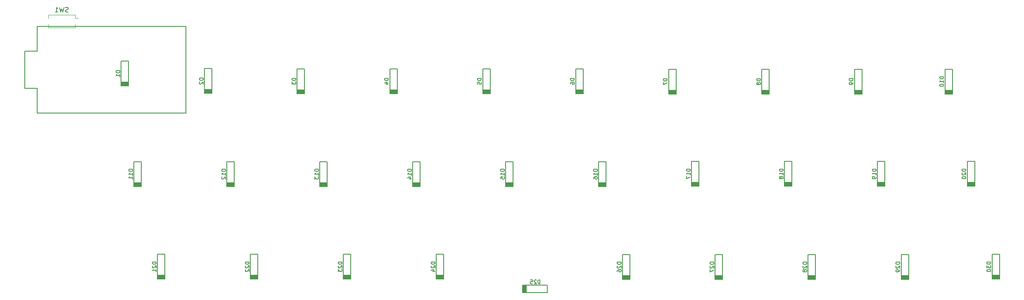
<source format=gbr>
G04 #@! TF.GenerationSoftware,KiCad,Pcbnew,(5.1.4-0-10_14)*
G04 #@! TF.CreationDate,2020-11-04T01:51:26-06:00*
G04 #@! TF.ProjectId,omega_solder,6f6d6567-615f-4736-9f6c-6465722e6b69,rev?*
G04 #@! TF.SameCoordinates,Original*
G04 #@! TF.FileFunction,Legend,Bot*
G04 #@! TF.FilePolarity,Positive*
%FSLAX46Y46*%
G04 Gerber Fmt 4.6, Leading zero omitted, Abs format (unit mm)*
G04 Created by KiCad (PCBNEW (5.1.4-0-10_14)) date 2020-11-04 01:51:26*
%MOMM*%
%LPD*%
G04 APERTURE LIST*
%ADD10C,0.120000*%
%ADD11C,0.150000*%
G04 APERTURE END LIST*
D10*
X60041500Y-41196500D02*
X60041500Y-41906500D01*
X65562500Y-41196500D02*
X65562500Y-41906500D01*
X60041500Y-39246500D02*
X60041500Y-39956500D01*
X65562500Y-39246500D02*
X60041500Y-39246500D01*
X65562500Y-39246500D02*
X65562500Y-39896500D01*
X66141500Y-39896500D02*
X65562500Y-39896500D01*
X65562500Y-41906500D02*
X60041500Y-41906500D01*
D11*
X111061500Y-50355500D02*
X111061500Y-55435500D01*
X111061500Y-55435500D02*
X112585500Y-55435500D01*
X112585500Y-55435500D02*
X112585500Y-50355500D01*
X112585500Y-50355500D02*
X111061500Y-50355500D01*
X111061500Y-55054500D02*
X112585500Y-55054500D01*
X112585500Y-55181500D02*
X111061500Y-55181500D01*
X111061500Y-55308500D02*
X112585500Y-55308500D01*
X112585500Y-54927500D02*
X111061500Y-54927500D01*
X111061500Y-54800500D02*
X112585500Y-54800500D01*
X111061500Y-54673500D02*
X112585500Y-54673500D01*
X74993500Y-48768000D02*
X74993500Y-53848000D01*
X74993500Y-53848000D02*
X76517500Y-53848000D01*
X76517500Y-53848000D02*
X76517500Y-48768000D01*
X76517500Y-48768000D02*
X74993500Y-48768000D01*
X74993500Y-53467000D02*
X76517500Y-53467000D01*
X76517500Y-53594000D02*
X74993500Y-53594000D01*
X74993500Y-53721000D02*
X76517500Y-53721000D01*
X76517500Y-53340000D02*
X74993500Y-53340000D01*
X74993500Y-53213000D02*
X76517500Y-53213000D01*
X74993500Y-53086000D02*
X76517500Y-53086000D01*
X253492000Y-88392000D02*
X253492000Y-93472000D01*
X253492000Y-93472000D02*
X255016000Y-93472000D01*
X255016000Y-93472000D02*
X255016000Y-88392000D01*
X255016000Y-88392000D02*
X253492000Y-88392000D01*
X253492000Y-93091000D02*
X255016000Y-93091000D01*
X255016000Y-93218000D02*
X253492000Y-93218000D01*
X253492000Y-93345000D02*
X255016000Y-93345000D01*
X255016000Y-92964000D02*
X253492000Y-92964000D01*
X253492000Y-92837000D02*
X255016000Y-92837000D01*
X253492000Y-92710000D02*
X255016000Y-92710000D01*
X234848400Y-88442800D02*
X234848400Y-93522800D01*
X234848400Y-93522800D02*
X236372400Y-93522800D01*
X236372400Y-93522800D02*
X236372400Y-88442800D01*
X236372400Y-88442800D02*
X234848400Y-88442800D01*
X234848400Y-93141800D02*
X236372400Y-93141800D01*
X236372400Y-93268800D02*
X234848400Y-93268800D01*
X234848400Y-93395800D02*
X236372400Y-93395800D01*
X236372400Y-93014800D02*
X234848400Y-93014800D01*
X234848400Y-92887800D02*
X236372400Y-92887800D01*
X234848400Y-92760800D02*
X236372400Y-92760800D01*
X215773000Y-88455500D02*
X215773000Y-93535500D01*
X215773000Y-93535500D02*
X217297000Y-93535500D01*
X217297000Y-93535500D02*
X217297000Y-88455500D01*
X217297000Y-88455500D02*
X215773000Y-88455500D01*
X215773000Y-93154500D02*
X217297000Y-93154500D01*
X217297000Y-93281500D02*
X215773000Y-93281500D01*
X215773000Y-93408500D02*
X217297000Y-93408500D01*
X217297000Y-93027500D02*
X215773000Y-93027500D01*
X215773000Y-92900500D02*
X217297000Y-92900500D01*
X215773000Y-92773500D02*
X217297000Y-92773500D01*
X196723000Y-88455500D02*
X196723000Y-93535500D01*
X196723000Y-93535500D02*
X198247000Y-93535500D01*
X198247000Y-93535500D02*
X198247000Y-88455500D01*
X198247000Y-88455500D02*
X196723000Y-88455500D01*
X196723000Y-93154500D02*
X198247000Y-93154500D01*
X198247000Y-93281500D02*
X196723000Y-93281500D01*
X196723000Y-93408500D02*
X198247000Y-93408500D01*
X198247000Y-93027500D02*
X196723000Y-93027500D01*
X196723000Y-92900500D02*
X198247000Y-92900500D01*
X196723000Y-92773500D02*
X198247000Y-92773500D01*
X177736500Y-88455500D02*
X177736500Y-93535500D01*
X177736500Y-93535500D02*
X179260500Y-93535500D01*
X179260500Y-93535500D02*
X179260500Y-88455500D01*
X179260500Y-88455500D02*
X177736500Y-88455500D01*
X177736500Y-93154500D02*
X179260500Y-93154500D01*
X179260500Y-93281500D02*
X177736500Y-93281500D01*
X177736500Y-93408500D02*
X179260500Y-93408500D01*
X179260500Y-93027500D02*
X177736500Y-93027500D01*
X177736500Y-92900500D02*
X179260500Y-92900500D01*
X177736500Y-92773500D02*
X179260500Y-92773500D01*
X158038800Y-94691200D02*
X158038800Y-96215200D01*
X157911800Y-94691200D02*
X157911800Y-96215200D01*
X157784800Y-96215200D02*
X157784800Y-94691200D01*
X157403800Y-94691200D02*
X157403800Y-96215200D01*
X157530800Y-96215200D02*
X157530800Y-94691200D01*
X157657800Y-94691200D02*
X157657800Y-96215200D01*
X162356800Y-96215200D02*
X162356800Y-94691200D01*
X157276800Y-96215200D02*
X162356800Y-96215200D01*
X157276800Y-94691200D02*
X157276800Y-96215200D01*
X162356800Y-94691200D02*
X157276800Y-94691200D01*
X139573000Y-88392000D02*
X139573000Y-93472000D01*
X139573000Y-93472000D02*
X141097000Y-93472000D01*
X141097000Y-93472000D02*
X141097000Y-88392000D01*
X141097000Y-88392000D02*
X139573000Y-88392000D01*
X139573000Y-93091000D02*
X141097000Y-93091000D01*
X141097000Y-93218000D02*
X139573000Y-93218000D01*
X139573000Y-93345000D02*
X141097000Y-93345000D01*
X141097000Y-92964000D02*
X139573000Y-92964000D01*
X139573000Y-92837000D02*
X141097000Y-92837000D01*
X139573000Y-92710000D02*
X141097000Y-92710000D01*
X120523000Y-88392000D02*
X120523000Y-93472000D01*
X120523000Y-93472000D02*
X122047000Y-93472000D01*
X122047000Y-93472000D02*
X122047000Y-88392000D01*
X122047000Y-88392000D02*
X120523000Y-88392000D01*
X120523000Y-93091000D02*
X122047000Y-93091000D01*
X122047000Y-93218000D02*
X120523000Y-93218000D01*
X120523000Y-93345000D02*
X122047000Y-93345000D01*
X122047000Y-92964000D02*
X120523000Y-92964000D01*
X120523000Y-92837000D02*
X122047000Y-92837000D01*
X120523000Y-92710000D02*
X122047000Y-92710000D01*
X101473000Y-88392000D02*
X101473000Y-93472000D01*
X101473000Y-93472000D02*
X102997000Y-93472000D01*
X102997000Y-93472000D02*
X102997000Y-88392000D01*
X102997000Y-88392000D02*
X101473000Y-88392000D01*
X101473000Y-93091000D02*
X102997000Y-93091000D01*
X102997000Y-93218000D02*
X101473000Y-93218000D01*
X101473000Y-93345000D02*
X102997000Y-93345000D01*
X102997000Y-92964000D02*
X101473000Y-92964000D01*
X101473000Y-92837000D02*
X102997000Y-92837000D01*
X101473000Y-92710000D02*
X102997000Y-92710000D01*
X82423000Y-88392000D02*
X82423000Y-93472000D01*
X82423000Y-93472000D02*
X83947000Y-93472000D01*
X83947000Y-93472000D02*
X83947000Y-88392000D01*
X83947000Y-88392000D02*
X82423000Y-88392000D01*
X82423000Y-93091000D02*
X83947000Y-93091000D01*
X83947000Y-93218000D02*
X82423000Y-93218000D01*
X82423000Y-93345000D02*
X83947000Y-93345000D01*
X83947000Y-92964000D02*
X82423000Y-92964000D01*
X82423000Y-92837000D02*
X83947000Y-92837000D01*
X82423000Y-92710000D02*
X83947000Y-92710000D01*
X248412000Y-69342000D02*
X248412000Y-74422000D01*
X248412000Y-74422000D02*
X249936000Y-74422000D01*
X249936000Y-74422000D02*
X249936000Y-69342000D01*
X249936000Y-69342000D02*
X248412000Y-69342000D01*
X248412000Y-74041000D02*
X249936000Y-74041000D01*
X249936000Y-74168000D02*
X248412000Y-74168000D01*
X248412000Y-74295000D02*
X249936000Y-74295000D01*
X249936000Y-73914000D02*
X248412000Y-73914000D01*
X248412000Y-73787000D02*
X249936000Y-73787000D01*
X248412000Y-73660000D02*
X249936000Y-73660000D01*
X229997000Y-69342000D02*
X229997000Y-74422000D01*
X229997000Y-74422000D02*
X231521000Y-74422000D01*
X231521000Y-74422000D02*
X231521000Y-69342000D01*
X231521000Y-69342000D02*
X229997000Y-69342000D01*
X229997000Y-74041000D02*
X231521000Y-74041000D01*
X231521000Y-74168000D02*
X229997000Y-74168000D01*
X229997000Y-74295000D02*
X231521000Y-74295000D01*
X231521000Y-73914000D02*
X229997000Y-73914000D01*
X229997000Y-73787000D02*
X231521000Y-73787000D01*
X229997000Y-73660000D02*
X231521000Y-73660000D01*
X210947000Y-69342000D02*
X210947000Y-74422000D01*
X210947000Y-74422000D02*
X212471000Y-74422000D01*
X212471000Y-74422000D02*
X212471000Y-69342000D01*
X212471000Y-69342000D02*
X210947000Y-69342000D01*
X210947000Y-74041000D02*
X212471000Y-74041000D01*
X212471000Y-74168000D02*
X210947000Y-74168000D01*
X210947000Y-74295000D02*
X212471000Y-74295000D01*
X212471000Y-73914000D02*
X210947000Y-73914000D01*
X210947000Y-73787000D02*
X212471000Y-73787000D01*
X210947000Y-73660000D02*
X212471000Y-73660000D01*
X191897000Y-69342000D02*
X191897000Y-74422000D01*
X191897000Y-74422000D02*
X193421000Y-74422000D01*
X193421000Y-74422000D02*
X193421000Y-69342000D01*
X193421000Y-69342000D02*
X191897000Y-69342000D01*
X191897000Y-74041000D02*
X193421000Y-74041000D01*
X193421000Y-74168000D02*
X191897000Y-74168000D01*
X191897000Y-74295000D02*
X193421000Y-74295000D01*
X193421000Y-73914000D02*
X191897000Y-73914000D01*
X191897000Y-73787000D02*
X193421000Y-73787000D01*
X191897000Y-73660000D02*
X193421000Y-73660000D01*
X172847000Y-69405500D02*
X172847000Y-74485500D01*
X172847000Y-74485500D02*
X174371000Y-74485500D01*
X174371000Y-74485500D02*
X174371000Y-69405500D01*
X174371000Y-69405500D02*
X172847000Y-69405500D01*
X172847000Y-74104500D02*
X174371000Y-74104500D01*
X174371000Y-74231500D02*
X172847000Y-74231500D01*
X172847000Y-74358500D02*
X174371000Y-74358500D01*
X174371000Y-73977500D02*
X172847000Y-73977500D01*
X172847000Y-73850500D02*
X174371000Y-73850500D01*
X172847000Y-73723500D02*
X174371000Y-73723500D01*
X153797000Y-69405500D02*
X153797000Y-74485500D01*
X153797000Y-74485500D02*
X155321000Y-74485500D01*
X155321000Y-74485500D02*
X155321000Y-69405500D01*
X155321000Y-69405500D02*
X153797000Y-69405500D01*
X153797000Y-74104500D02*
X155321000Y-74104500D01*
X155321000Y-74231500D02*
X153797000Y-74231500D01*
X153797000Y-74358500D02*
X155321000Y-74358500D01*
X155321000Y-73977500D02*
X153797000Y-73977500D01*
X153797000Y-73850500D02*
X155321000Y-73850500D01*
X153797000Y-73723500D02*
X155321000Y-73723500D01*
X134747000Y-69405500D02*
X134747000Y-74485500D01*
X134747000Y-74485500D02*
X136271000Y-74485500D01*
X136271000Y-74485500D02*
X136271000Y-69405500D01*
X136271000Y-69405500D02*
X134747000Y-69405500D01*
X134747000Y-74104500D02*
X136271000Y-74104500D01*
X136271000Y-74231500D02*
X134747000Y-74231500D01*
X134747000Y-74358500D02*
X136271000Y-74358500D01*
X136271000Y-73977500D02*
X134747000Y-73977500D01*
X134747000Y-73850500D02*
X136271000Y-73850500D01*
X134747000Y-73723500D02*
X136271000Y-73723500D01*
X115697000Y-69405500D02*
X115697000Y-74485500D01*
X115697000Y-74485500D02*
X117221000Y-74485500D01*
X117221000Y-74485500D02*
X117221000Y-69405500D01*
X117221000Y-69405500D02*
X115697000Y-69405500D01*
X115697000Y-74104500D02*
X117221000Y-74104500D01*
X117221000Y-74231500D02*
X115697000Y-74231500D01*
X115697000Y-74358500D02*
X117221000Y-74358500D01*
X117221000Y-73977500D02*
X115697000Y-73977500D01*
X115697000Y-73850500D02*
X117221000Y-73850500D01*
X115697000Y-73723500D02*
X117221000Y-73723500D01*
X96647000Y-69405500D02*
X96647000Y-74485500D01*
X96647000Y-74485500D02*
X98171000Y-74485500D01*
X98171000Y-74485500D02*
X98171000Y-69405500D01*
X98171000Y-69405500D02*
X96647000Y-69405500D01*
X96647000Y-74104500D02*
X98171000Y-74104500D01*
X98171000Y-74231500D02*
X96647000Y-74231500D01*
X96647000Y-74358500D02*
X98171000Y-74358500D01*
X98171000Y-73977500D02*
X96647000Y-73977500D01*
X96647000Y-73850500D02*
X98171000Y-73850500D01*
X96647000Y-73723500D02*
X98171000Y-73723500D01*
X77597000Y-69405500D02*
X77597000Y-74485500D01*
X77597000Y-74485500D02*
X79121000Y-74485500D01*
X79121000Y-74485500D02*
X79121000Y-69405500D01*
X79121000Y-69405500D02*
X77597000Y-69405500D01*
X77597000Y-74104500D02*
X79121000Y-74104500D01*
X79121000Y-74231500D02*
X77597000Y-74231500D01*
X77597000Y-74358500D02*
X79121000Y-74358500D01*
X79121000Y-73977500D02*
X77597000Y-73977500D01*
X77597000Y-73850500D02*
X79121000Y-73850500D01*
X77597000Y-73723500D02*
X79121000Y-73723500D01*
X243840000Y-50393600D02*
X243840000Y-55473600D01*
X243840000Y-55473600D02*
X245364000Y-55473600D01*
X245364000Y-55473600D02*
X245364000Y-50393600D01*
X245364000Y-50393600D02*
X243840000Y-50393600D01*
X243840000Y-55092600D02*
X245364000Y-55092600D01*
X245364000Y-55219600D02*
X243840000Y-55219600D01*
X243840000Y-55346600D02*
X245364000Y-55346600D01*
X245364000Y-54965600D02*
X243840000Y-54965600D01*
X243840000Y-54838600D02*
X245364000Y-54838600D01*
X243840000Y-54711600D02*
X245364000Y-54711600D01*
X225298000Y-50393600D02*
X225298000Y-55473600D01*
X225298000Y-55473600D02*
X226822000Y-55473600D01*
X226822000Y-55473600D02*
X226822000Y-50393600D01*
X226822000Y-50393600D02*
X225298000Y-50393600D01*
X225298000Y-55092600D02*
X226822000Y-55092600D01*
X226822000Y-55219600D02*
X225298000Y-55219600D01*
X225298000Y-55346600D02*
X226822000Y-55346600D01*
X226822000Y-54965600D02*
X225298000Y-54965600D01*
X225298000Y-54838600D02*
X226822000Y-54838600D01*
X225298000Y-54711600D02*
X226822000Y-54711600D01*
X206311500Y-50419000D02*
X206311500Y-55499000D01*
X206311500Y-55499000D02*
X207835500Y-55499000D01*
X207835500Y-55499000D02*
X207835500Y-50419000D01*
X207835500Y-50419000D02*
X206311500Y-50419000D01*
X206311500Y-55118000D02*
X207835500Y-55118000D01*
X207835500Y-55245000D02*
X206311500Y-55245000D01*
X206311500Y-55372000D02*
X207835500Y-55372000D01*
X207835500Y-54991000D02*
X206311500Y-54991000D01*
X206311500Y-54864000D02*
X207835500Y-54864000D01*
X206311500Y-54737000D02*
X207835500Y-54737000D01*
X187198000Y-50419000D02*
X187198000Y-55499000D01*
X187198000Y-55499000D02*
X188722000Y-55499000D01*
X188722000Y-55499000D02*
X188722000Y-50419000D01*
X188722000Y-50419000D02*
X187198000Y-50419000D01*
X187198000Y-55118000D02*
X188722000Y-55118000D01*
X188722000Y-55245000D02*
X187198000Y-55245000D01*
X187198000Y-55372000D02*
X188722000Y-55372000D01*
X188722000Y-54991000D02*
X187198000Y-54991000D01*
X187198000Y-54864000D02*
X188722000Y-54864000D01*
X187198000Y-54737000D02*
X188722000Y-54737000D01*
X168148000Y-50355500D02*
X168148000Y-55435500D01*
X168148000Y-55435500D02*
X169672000Y-55435500D01*
X169672000Y-55435500D02*
X169672000Y-50355500D01*
X169672000Y-50355500D02*
X168148000Y-50355500D01*
X168148000Y-55054500D02*
X169672000Y-55054500D01*
X169672000Y-55181500D02*
X168148000Y-55181500D01*
X168148000Y-55308500D02*
X169672000Y-55308500D01*
X169672000Y-54927500D02*
X168148000Y-54927500D01*
X168148000Y-54800500D02*
X169672000Y-54800500D01*
X168148000Y-54673500D02*
X169672000Y-54673500D01*
X149098000Y-50355500D02*
X149098000Y-55435500D01*
X149098000Y-55435500D02*
X150622000Y-55435500D01*
X150622000Y-55435500D02*
X150622000Y-50355500D01*
X150622000Y-50355500D02*
X149098000Y-50355500D01*
X149098000Y-55054500D02*
X150622000Y-55054500D01*
X150622000Y-55181500D02*
X149098000Y-55181500D01*
X149098000Y-55308500D02*
X150622000Y-55308500D01*
X150622000Y-54927500D02*
X149098000Y-54927500D01*
X149098000Y-54800500D02*
X150622000Y-54800500D01*
X149098000Y-54673500D02*
X150622000Y-54673500D01*
X130048000Y-50355500D02*
X130048000Y-55435500D01*
X130048000Y-55435500D02*
X131572000Y-55435500D01*
X131572000Y-55435500D02*
X131572000Y-50355500D01*
X131572000Y-50355500D02*
X130048000Y-50355500D01*
X130048000Y-55054500D02*
X131572000Y-55054500D01*
X131572000Y-55181500D02*
X130048000Y-55181500D01*
X130048000Y-55308500D02*
X131572000Y-55308500D01*
X131572000Y-54927500D02*
X130048000Y-54927500D01*
X130048000Y-54800500D02*
X131572000Y-54800500D01*
X130048000Y-54673500D02*
X131572000Y-54673500D01*
X92075000Y-50292000D02*
X92075000Y-55372000D01*
X92075000Y-55372000D02*
X93599000Y-55372000D01*
X93599000Y-55372000D02*
X93599000Y-50292000D01*
X93599000Y-50292000D02*
X92075000Y-50292000D01*
X92075000Y-54991000D02*
X93599000Y-54991000D01*
X93599000Y-55118000D02*
X92075000Y-55118000D01*
X92075000Y-55245000D02*
X93599000Y-55245000D01*
X93599000Y-54864000D02*
X92075000Y-54864000D01*
X92075000Y-54737000D02*
X93599000Y-54737000D01*
X92075000Y-54610000D02*
X93599000Y-54610000D01*
X57759600Y-41656000D02*
X88239600Y-41656000D01*
X57759600Y-46736000D02*
X57759600Y-41656000D01*
X55219600Y-46736000D02*
X57759600Y-46736000D01*
X55219600Y-54356000D02*
X55219600Y-46736000D01*
X57759600Y-54356000D02*
X55219600Y-54356000D01*
X57759600Y-59436000D02*
X57759600Y-54356000D01*
X88239600Y-59436000D02*
X57759600Y-59436000D01*
X88239600Y-41656000D02*
X88239600Y-59436000D01*
X64134833Y-38651261D02*
X63991976Y-38698880D01*
X63753880Y-38698880D01*
X63658642Y-38651261D01*
X63611023Y-38603642D01*
X63563404Y-38508404D01*
X63563404Y-38413166D01*
X63611023Y-38317928D01*
X63658642Y-38270309D01*
X63753880Y-38222690D01*
X63944357Y-38175071D01*
X64039595Y-38127452D01*
X64087214Y-38079833D01*
X64134833Y-37984595D01*
X64134833Y-37889357D01*
X64087214Y-37794119D01*
X64039595Y-37746500D01*
X63944357Y-37698880D01*
X63706261Y-37698880D01*
X63563404Y-37746500D01*
X63230071Y-37698880D02*
X62991976Y-38698880D01*
X62801500Y-37984595D01*
X62611023Y-38698880D01*
X62372928Y-37698880D01*
X61468166Y-38698880D02*
X62039595Y-38698880D01*
X61753880Y-38698880D02*
X61753880Y-37698880D01*
X61849119Y-37841738D01*
X61944357Y-37936976D01*
X62039595Y-37984595D01*
X110785404Y-52279623D02*
X109985404Y-52279623D01*
X109985404Y-52470100D01*
X110023500Y-52584385D01*
X110099690Y-52660576D01*
X110175880Y-52698671D01*
X110328261Y-52736766D01*
X110442547Y-52736766D01*
X110594928Y-52698671D01*
X110671119Y-52660576D01*
X110747309Y-52584385D01*
X110785404Y-52470100D01*
X110785404Y-52279623D01*
X109985404Y-53003433D02*
X109985404Y-53498671D01*
X110290166Y-53232004D01*
X110290166Y-53346290D01*
X110328261Y-53422480D01*
X110366357Y-53460576D01*
X110442547Y-53498671D01*
X110633023Y-53498671D01*
X110709214Y-53460576D01*
X110747309Y-53422480D01*
X110785404Y-53346290D01*
X110785404Y-53117719D01*
X110747309Y-53041528D01*
X110709214Y-53003433D01*
X74717404Y-50692123D02*
X73917404Y-50692123D01*
X73917404Y-50882600D01*
X73955500Y-50996885D01*
X74031690Y-51073076D01*
X74107880Y-51111171D01*
X74260261Y-51149266D01*
X74374547Y-51149266D01*
X74526928Y-51111171D01*
X74603119Y-51073076D01*
X74679309Y-50996885D01*
X74717404Y-50882600D01*
X74717404Y-50692123D01*
X74717404Y-51911171D02*
X74717404Y-51454028D01*
X74717404Y-51682600D02*
X73917404Y-51682600D01*
X74031690Y-51606409D01*
X74107880Y-51530219D01*
X74145976Y-51454028D01*
X253215904Y-89935171D02*
X252415904Y-89935171D01*
X252415904Y-90125647D01*
X252454000Y-90239933D01*
X252530190Y-90316123D01*
X252606380Y-90354219D01*
X252758761Y-90392314D01*
X252873047Y-90392314D01*
X253025428Y-90354219D01*
X253101619Y-90316123D01*
X253177809Y-90239933D01*
X253215904Y-90125647D01*
X253215904Y-89935171D01*
X252415904Y-90658980D02*
X252415904Y-91154219D01*
X252720666Y-90887552D01*
X252720666Y-91001838D01*
X252758761Y-91078028D01*
X252796857Y-91116123D01*
X252873047Y-91154219D01*
X253063523Y-91154219D01*
X253139714Y-91116123D01*
X253177809Y-91078028D01*
X253215904Y-91001838D01*
X253215904Y-90773266D01*
X253177809Y-90697076D01*
X253139714Y-90658980D01*
X252415904Y-91649457D02*
X252415904Y-91725647D01*
X252454000Y-91801838D01*
X252492095Y-91839933D01*
X252568285Y-91878028D01*
X252720666Y-91916123D01*
X252911142Y-91916123D01*
X253063523Y-91878028D01*
X253139714Y-91839933D01*
X253177809Y-91801838D01*
X253215904Y-91725647D01*
X253215904Y-91649457D01*
X253177809Y-91573266D01*
X253139714Y-91535171D01*
X253063523Y-91497076D01*
X252911142Y-91458980D01*
X252720666Y-91458980D01*
X252568285Y-91497076D01*
X252492095Y-91535171D01*
X252454000Y-91573266D01*
X252415904Y-91649457D01*
X234572304Y-89985971D02*
X233772304Y-89985971D01*
X233772304Y-90176447D01*
X233810400Y-90290733D01*
X233886590Y-90366923D01*
X233962780Y-90405019D01*
X234115161Y-90443114D01*
X234229447Y-90443114D01*
X234381828Y-90405019D01*
X234458019Y-90366923D01*
X234534209Y-90290733D01*
X234572304Y-90176447D01*
X234572304Y-89985971D01*
X233848495Y-90747876D02*
X233810400Y-90785971D01*
X233772304Y-90862161D01*
X233772304Y-91052638D01*
X233810400Y-91128828D01*
X233848495Y-91166923D01*
X233924685Y-91205019D01*
X234000876Y-91205019D01*
X234115161Y-91166923D01*
X234572304Y-90709780D01*
X234572304Y-91205019D01*
X234572304Y-91585971D02*
X234572304Y-91738352D01*
X234534209Y-91814542D01*
X234496114Y-91852638D01*
X234381828Y-91928828D01*
X234229447Y-91966923D01*
X233924685Y-91966923D01*
X233848495Y-91928828D01*
X233810400Y-91890733D01*
X233772304Y-91814542D01*
X233772304Y-91662161D01*
X233810400Y-91585971D01*
X233848495Y-91547876D01*
X233924685Y-91509780D01*
X234115161Y-91509780D01*
X234191352Y-91547876D01*
X234229447Y-91585971D01*
X234267542Y-91662161D01*
X234267542Y-91814542D01*
X234229447Y-91890733D01*
X234191352Y-91928828D01*
X234115161Y-91966923D01*
X215496904Y-89998671D02*
X214696904Y-89998671D01*
X214696904Y-90189147D01*
X214735000Y-90303433D01*
X214811190Y-90379623D01*
X214887380Y-90417719D01*
X215039761Y-90455814D01*
X215154047Y-90455814D01*
X215306428Y-90417719D01*
X215382619Y-90379623D01*
X215458809Y-90303433D01*
X215496904Y-90189147D01*
X215496904Y-89998671D01*
X214773095Y-90760576D02*
X214735000Y-90798671D01*
X214696904Y-90874861D01*
X214696904Y-91065338D01*
X214735000Y-91141528D01*
X214773095Y-91179623D01*
X214849285Y-91217719D01*
X214925476Y-91217719D01*
X215039761Y-91179623D01*
X215496904Y-90722480D01*
X215496904Y-91217719D01*
X215039761Y-91674861D02*
X215001666Y-91598671D01*
X214963571Y-91560576D01*
X214887380Y-91522480D01*
X214849285Y-91522480D01*
X214773095Y-91560576D01*
X214735000Y-91598671D01*
X214696904Y-91674861D01*
X214696904Y-91827242D01*
X214735000Y-91903433D01*
X214773095Y-91941528D01*
X214849285Y-91979623D01*
X214887380Y-91979623D01*
X214963571Y-91941528D01*
X215001666Y-91903433D01*
X215039761Y-91827242D01*
X215039761Y-91674861D01*
X215077857Y-91598671D01*
X215115952Y-91560576D01*
X215192142Y-91522480D01*
X215344523Y-91522480D01*
X215420714Y-91560576D01*
X215458809Y-91598671D01*
X215496904Y-91674861D01*
X215496904Y-91827242D01*
X215458809Y-91903433D01*
X215420714Y-91941528D01*
X215344523Y-91979623D01*
X215192142Y-91979623D01*
X215115952Y-91941528D01*
X215077857Y-91903433D01*
X215039761Y-91827242D01*
X196446904Y-89998671D02*
X195646904Y-89998671D01*
X195646904Y-90189147D01*
X195685000Y-90303433D01*
X195761190Y-90379623D01*
X195837380Y-90417719D01*
X195989761Y-90455814D01*
X196104047Y-90455814D01*
X196256428Y-90417719D01*
X196332619Y-90379623D01*
X196408809Y-90303433D01*
X196446904Y-90189147D01*
X196446904Y-89998671D01*
X195723095Y-90760576D02*
X195685000Y-90798671D01*
X195646904Y-90874861D01*
X195646904Y-91065338D01*
X195685000Y-91141528D01*
X195723095Y-91179623D01*
X195799285Y-91217719D01*
X195875476Y-91217719D01*
X195989761Y-91179623D01*
X196446904Y-90722480D01*
X196446904Y-91217719D01*
X195646904Y-91484385D02*
X195646904Y-92017719D01*
X196446904Y-91674861D01*
X177460404Y-89998671D02*
X176660404Y-89998671D01*
X176660404Y-90189147D01*
X176698500Y-90303433D01*
X176774690Y-90379623D01*
X176850880Y-90417719D01*
X177003261Y-90455814D01*
X177117547Y-90455814D01*
X177269928Y-90417719D01*
X177346119Y-90379623D01*
X177422309Y-90303433D01*
X177460404Y-90189147D01*
X177460404Y-89998671D01*
X176736595Y-90760576D02*
X176698500Y-90798671D01*
X176660404Y-90874861D01*
X176660404Y-91065338D01*
X176698500Y-91141528D01*
X176736595Y-91179623D01*
X176812785Y-91217719D01*
X176888976Y-91217719D01*
X177003261Y-91179623D01*
X177460404Y-90722480D01*
X177460404Y-91217719D01*
X176660404Y-91903433D02*
X176660404Y-91751052D01*
X176698500Y-91674861D01*
X176736595Y-91636766D01*
X176850880Y-91560576D01*
X177003261Y-91522480D01*
X177308023Y-91522480D01*
X177384214Y-91560576D01*
X177422309Y-91598671D01*
X177460404Y-91674861D01*
X177460404Y-91827242D01*
X177422309Y-91903433D01*
X177384214Y-91941528D01*
X177308023Y-91979623D01*
X177117547Y-91979623D01*
X177041357Y-91941528D01*
X177003261Y-91903433D01*
X176965166Y-91827242D01*
X176965166Y-91674861D01*
X177003261Y-91598671D01*
X177041357Y-91560576D01*
X177117547Y-91522480D01*
X160813628Y-94415104D02*
X160813628Y-93615104D01*
X160623152Y-93615104D01*
X160508866Y-93653200D01*
X160432676Y-93729390D01*
X160394580Y-93805580D01*
X160356485Y-93957961D01*
X160356485Y-94072247D01*
X160394580Y-94224628D01*
X160432676Y-94300819D01*
X160508866Y-94377009D01*
X160623152Y-94415104D01*
X160813628Y-94415104D01*
X160051723Y-93691295D02*
X160013628Y-93653200D01*
X159937438Y-93615104D01*
X159746961Y-93615104D01*
X159670771Y-93653200D01*
X159632676Y-93691295D01*
X159594580Y-93767485D01*
X159594580Y-93843676D01*
X159632676Y-93957961D01*
X160089819Y-94415104D01*
X159594580Y-94415104D01*
X158870771Y-93615104D02*
X159251723Y-93615104D01*
X159289819Y-93996057D01*
X159251723Y-93957961D01*
X159175533Y-93919866D01*
X158985057Y-93919866D01*
X158908866Y-93957961D01*
X158870771Y-93996057D01*
X158832676Y-94072247D01*
X158832676Y-94262723D01*
X158870771Y-94338914D01*
X158908866Y-94377009D01*
X158985057Y-94415104D01*
X159175533Y-94415104D01*
X159251723Y-94377009D01*
X159289819Y-94338914D01*
X139296904Y-89935171D02*
X138496904Y-89935171D01*
X138496904Y-90125647D01*
X138535000Y-90239933D01*
X138611190Y-90316123D01*
X138687380Y-90354219D01*
X138839761Y-90392314D01*
X138954047Y-90392314D01*
X139106428Y-90354219D01*
X139182619Y-90316123D01*
X139258809Y-90239933D01*
X139296904Y-90125647D01*
X139296904Y-89935171D01*
X138573095Y-90697076D02*
X138535000Y-90735171D01*
X138496904Y-90811361D01*
X138496904Y-91001838D01*
X138535000Y-91078028D01*
X138573095Y-91116123D01*
X138649285Y-91154219D01*
X138725476Y-91154219D01*
X138839761Y-91116123D01*
X139296904Y-90658980D01*
X139296904Y-91154219D01*
X138763571Y-91839933D02*
X139296904Y-91839933D01*
X138458809Y-91649457D02*
X139030238Y-91458980D01*
X139030238Y-91954219D01*
X120246904Y-89935171D02*
X119446904Y-89935171D01*
X119446904Y-90125647D01*
X119485000Y-90239933D01*
X119561190Y-90316123D01*
X119637380Y-90354219D01*
X119789761Y-90392314D01*
X119904047Y-90392314D01*
X120056428Y-90354219D01*
X120132619Y-90316123D01*
X120208809Y-90239933D01*
X120246904Y-90125647D01*
X120246904Y-89935171D01*
X119523095Y-90697076D02*
X119485000Y-90735171D01*
X119446904Y-90811361D01*
X119446904Y-91001838D01*
X119485000Y-91078028D01*
X119523095Y-91116123D01*
X119599285Y-91154219D01*
X119675476Y-91154219D01*
X119789761Y-91116123D01*
X120246904Y-90658980D01*
X120246904Y-91154219D01*
X119446904Y-91420885D02*
X119446904Y-91916123D01*
X119751666Y-91649457D01*
X119751666Y-91763742D01*
X119789761Y-91839933D01*
X119827857Y-91878028D01*
X119904047Y-91916123D01*
X120094523Y-91916123D01*
X120170714Y-91878028D01*
X120208809Y-91839933D01*
X120246904Y-91763742D01*
X120246904Y-91535171D01*
X120208809Y-91458980D01*
X120170714Y-91420885D01*
X101196904Y-89935171D02*
X100396904Y-89935171D01*
X100396904Y-90125647D01*
X100435000Y-90239933D01*
X100511190Y-90316123D01*
X100587380Y-90354219D01*
X100739761Y-90392314D01*
X100854047Y-90392314D01*
X101006428Y-90354219D01*
X101082619Y-90316123D01*
X101158809Y-90239933D01*
X101196904Y-90125647D01*
X101196904Y-89935171D01*
X100473095Y-90697076D02*
X100435000Y-90735171D01*
X100396904Y-90811361D01*
X100396904Y-91001838D01*
X100435000Y-91078028D01*
X100473095Y-91116123D01*
X100549285Y-91154219D01*
X100625476Y-91154219D01*
X100739761Y-91116123D01*
X101196904Y-90658980D01*
X101196904Y-91154219D01*
X100473095Y-91458980D02*
X100435000Y-91497076D01*
X100396904Y-91573266D01*
X100396904Y-91763742D01*
X100435000Y-91839933D01*
X100473095Y-91878028D01*
X100549285Y-91916123D01*
X100625476Y-91916123D01*
X100739761Y-91878028D01*
X101196904Y-91420885D01*
X101196904Y-91916123D01*
X82146904Y-89935171D02*
X81346904Y-89935171D01*
X81346904Y-90125647D01*
X81385000Y-90239933D01*
X81461190Y-90316123D01*
X81537380Y-90354219D01*
X81689761Y-90392314D01*
X81804047Y-90392314D01*
X81956428Y-90354219D01*
X82032619Y-90316123D01*
X82108809Y-90239933D01*
X82146904Y-90125647D01*
X82146904Y-89935171D01*
X81423095Y-90697076D02*
X81385000Y-90735171D01*
X81346904Y-90811361D01*
X81346904Y-91001838D01*
X81385000Y-91078028D01*
X81423095Y-91116123D01*
X81499285Y-91154219D01*
X81575476Y-91154219D01*
X81689761Y-91116123D01*
X82146904Y-90658980D01*
X82146904Y-91154219D01*
X82146904Y-91916123D02*
X82146904Y-91458980D01*
X82146904Y-91687552D02*
X81346904Y-91687552D01*
X81461190Y-91611361D01*
X81537380Y-91535171D01*
X81575476Y-91458980D01*
X248135904Y-70885171D02*
X247335904Y-70885171D01*
X247335904Y-71075647D01*
X247374000Y-71189933D01*
X247450190Y-71266123D01*
X247526380Y-71304219D01*
X247678761Y-71342314D01*
X247793047Y-71342314D01*
X247945428Y-71304219D01*
X248021619Y-71266123D01*
X248097809Y-71189933D01*
X248135904Y-71075647D01*
X248135904Y-70885171D01*
X247412095Y-71647076D02*
X247374000Y-71685171D01*
X247335904Y-71761361D01*
X247335904Y-71951838D01*
X247374000Y-72028028D01*
X247412095Y-72066123D01*
X247488285Y-72104219D01*
X247564476Y-72104219D01*
X247678761Y-72066123D01*
X248135904Y-71608980D01*
X248135904Y-72104219D01*
X247335904Y-72599457D02*
X247335904Y-72675647D01*
X247374000Y-72751838D01*
X247412095Y-72789933D01*
X247488285Y-72828028D01*
X247640666Y-72866123D01*
X247831142Y-72866123D01*
X247983523Y-72828028D01*
X248059714Y-72789933D01*
X248097809Y-72751838D01*
X248135904Y-72675647D01*
X248135904Y-72599457D01*
X248097809Y-72523266D01*
X248059714Y-72485171D01*
X247983523Y-72447076D01*
X247831142Y-72408980D01*
X247640666Y-72408980D01*
X247488285Y-72447076D01*
X247412095Y-72485171D01*
X247374000Y-72523266D01*
X247335904Y-72599457D01*
X229720904Y-70885171D02*
X228920904Y-70885171D01*
X228920904Y-71075647D01*
X228959000Y-71189933D01*
X229035190Y-71266123D01*
X229111380Y-71304219D01*
X229263761Y-71342314D01*
X229378047Y-71342314D01*
X229530428Y-71304219D01*
X229606619Y-71266123D01*
X229682809Y-71189933D01*
X229720904Y-71075647D01*
X229720904Y-70885171D01*
X229720904Y-72104219D02*
X229720904Y-71647076D01*
X229720904Y-71875647D02*
X228920904Y-71875647D01*
X229035190Y-71799457D01*
X229111380Y-71723266D01*
X229149476Y-71647076D01*
X229720904Y-72485171D02*
X229720904Y-72637552D01*
X229682809Y-72713742D01*
X229644714Y-72751838D01*
X229530428Y-72828028D01*
X229378047Y-72866123D01*
X229073285Y-72866123D01*
X228997095Y-72828028D01*
X228959000Y-72789933D01*
X228920904Y-72713742D01*
X228920904Y-72561361D01*
X228959000Y-72485171D01*
X228997095Y-72447076D01*
X229073285Y-72408980D01*
X229263761Y-72408980D01*
X229339952Y-72447076D01*
X229378047Y-72485171D01*
X229416142Y-72561361D01*
X229416142Y-72713742D01*
X229378047Y-72789933D01*
X229339952Y-72828028D01*
X229263761Y-72866123D01*
X210670904Y-70885171D02*
X209870904Y-70885171D01*
X209870904Y-71075647D01*
X209909000Y-71189933D01*
X209985190Y-71266123D01*
X210061380Y-71304219D01*
X210213761Y-71342314D01*
X210328047Y-71342314D01*
X210480428Y-71304219D01*
X210556619Y-71266123D01*
X210632809Y-71189933D01*
X210670904Y-71075647D01*
X210670904Y-70885171D01*
X210670904Y-72104219D02*
X210670904Y-71647076D01*
X210670904Y-71875647D02*
X209870904Y-71875647D01*
X209985190Y-71799457D01*
X210061380Y-71723266D01*
X210099476Y-71647076D01*
X210213761Y-72561361D02*
X210175666Y-72485171D01*
X210137571Y-72447076D01*
X210061380Y-72408980D01*
X210023285Y-72408980D01*
X209947095Y-72447076D01*
X209909000Y-72485171D01*
X209870904Y-72561361D01*
X209870904Y-72713742D01*
X209909000Y-72789933D01*
X209947095Y-72828028D01*
X210023285Y-72866123D01*
X210061380Y-72866123D01*
X210137571Y-72828028D01*
X210175666Y-72789933D01*
X210213761Y-72713742D01*
X210213761Y-72561361D01*
X210251857Y-72485171D01*
X210289952Y-72447076D01*
X210366142Y-72408980D01*
X210518523Y-72408980D01*
X210594714Y-72447076D01*
X210632809Y-72485171D01*
X210670904Y-72561361D01*
X210670904Y-72713742D01*
X210632809Y-72789933D01*
X210594714Y-72828028D01*
X210518523Y-72866123D01*
X210366142Y-72866123D01*
X210289952Y-72828028D01*
X210251857Y-72789933D01*
X210213761Y-72713742D01*
X191620904Y-70885171D02*
X190820904Y-70885171D01*
X190820904Y-71075647D01*
X190859000Y-71189933D01*
X190935190Y-71266123D01*
X191011380Y-71304219D01*
X191163761Y-71342314D01*
X191278047Y-71342314D01*
X191430428Y-71304219D01*
X191506619Y-71266123D01*
X191582809Y-71189933D01*
X191620904Y-71075647D01*
X191620904Y-70885171D01*
X191620904Y-72104219D02*
X191620904Y-71647076D01*
X191620904Y-71875647D02*
X190820904Y-71875647D01*
X190935190Y-71799457D01*
X191011380Y-71723266D01*
X191049476Y-71647076D01*
X190820904Y-72370885D02*
X190820904Y-72904219D01*
X191620904Y-72561361D01*
X172570904Y-70948671D02*
X171770904Y-70948671D01*
X171770904Y-71139147D01*
X171809000Y-71253433D01*
X171885190Y-71329623D01*
X171961380Y-71367719D01*
X172113761Y-71405814D01*
X172228047Y-71405814D01*
X172380428Y-71367719D01*
X172456619Y-71329623D01*
X172532809Y-71253433D01*
X172570904Y-71139147D01*
X172570904Y-70948671D01*
X172570904Y-72167719D02*
X172570904Y-71710576D01*
X172570904Y-71939147D02*
X171770904Y-71939147D01*
X171885190Y-71862957D01*
X171961380Y-71786766D01*
X171999476Y-71710576D01*
X171770904Y-72853433D02*
X171770904Y-72701052D01*
X171809000Y-72624861D01*
X171847095Y-72586766D01*
X171961380Y-72510576D01*
X172113761Y-72472480D01*
X172418523Y-72472480D01*
X172494714Y-72510576D01*
X172532809Y-72548671D01*
X172570904Y-72624861D01*
X172570904Y-72777242D01*
X172532809Y-72853433D01*
X172494714Y-72891528D01*
X172418523Y-72929623D01*
X172228047Y-72929623D01*
X172151857Y-72891528D01*
X172113761Y-72853433D01*
X172075666Y-72777242D01*
X172075666Y-72624861D01*
X172113761Y-72548671D01*
X172151857Y-72510576D01*
X172228047Y-72472480D01*
X153520904Y-70948671D02*
X152720904Y-70948671D01*
X152720904Y-71139147D01*
X152759000Y-71253433D01*
X152835190Y-71329623D01*
X152911380Y-71367719D01*
X153063761Y-71405814D01*
X153178047Y-71405814D01*
X153330428Y-71367719D01*
X153406619Y-71329623D01*
X153482809Y-71253433D01*
X153520904Y-71139147D01*
X153520904Y-70948671D01*
X153520904Y-72167719D02*
X153520904Y-71710576D01*
X153520904Y-71939147D02*
X152720904Y-71939147D01*
X152835190Y-71862957D01*
X152911380Y-71786766D01*
X152949476Y-71710576D01*
X152720904Y-72891528D02*
X152720904Y-72510576D01*
X153101857Y-72472480D01*
X153063761Y-72510576D01*
X153025666Y-72586766D01*
X153025666Y-72777242D01*
X153063761Y-72853433D01*
X153101857Y-72891528D01*
X153178047Y-72929623D01*
X153368523Y-72929623D01*
X153444714Y-72891528D01*
X153482809Y-72853433D01*
X153520904Y-72777242D01*
X153520904Y-72586766D01*
X153482809Y-72510576D01*
X153444714Y-72472480D01*
X134470904Y-70948671D02*
X133670904Y-70948671D01*
X133670904Y-71139147D01*
X133709000Y-71253433D01*
X133785190Y-71329623D01*
X133861380Y-71367719D01*
X134013761Y-71405814D01*
X134128047Y-71405814D01*
X134280428Y-71367719D01*
X134356619Y-71329623D01*
X134432809Y-71253433D01*
X134470904Y-71139147D01*
X134470904Y-70948671D01*
X134470904Y-72167719D02*
X134470904Y-71710576D01*
X134470904Y-71939147D02*
X133670904Y-71939147D01*
X133785190Y-71862957D01*
X133861380Y-71786766D01*
X133899476Y-71710576D01*
X133937571Y-72853433D02*
X134470904Y-72853433D01*
X133632809Y-72662957D02*
X134204238Y-72472480D01*
X134204238Y-72967719D01*
X115420904Y-70948671D02*
X114620904Y-70948671D01*
X114620904Y-71139147D01*
X114659000Y-71253433D01*
X114735190Y-71329623D01*
X114811380Y-71367719D01*
X114963761Y-71405814D01*
X115078047Y-71405814D01*
X115230428Y-71367719D01*
X115306619Y-71329623D01*
X115382809Y-71253433D01*
X115420904Y-71139147D01*
X115420904Y-70948671D01*
X115420904Y-72167719D02*
X115420904Y-71710576D01*
X115420904Y-71939147D02*
X114620904Y-71939147D01*
X114735190Y-71862957D01*
X114811380Y-71786766D01*
X114849476Y-71710576D01*
X114620904Y-72434385D02*
X114620904Y-72929623D01*
X114925666Y-72662957D01*
X114925666Y-72777242D01*
X114963761Y-72853433D01*
X115001857Y-72891528D01*
X115078047Y-72929623D01*
X115268523Y-72929623D01*
X115344714Y-72891528D01*
X115382809Y-72853433D01*
X115420904Y-72777242D01*
X115420904Y-72548671D01*
X115382809Y-72472480D01*
X115344714Y-72434385D01*
X96370904Y-70948671D02*
X95570904Y-70948671D01*
X95570904Y-71139147D01*
X95609000Y-71253433D01*
X95685190Y-71329623D01*
X95761380Y-71367719D01*
X95913761Y-71405814D01*
X96028047Y-71405814D01*
X96180428Y-71367719D01*
X96256619Y-71329623D01*
X96332809Y-71253433D01*
X96370904Y-71139147D01*
X96370904Y-70948671D01*
X96370904Y-72167719D02*
X96370904Y-71710576D01*
X96370904Y-71939147D02*
X95570904Y-71939147D01*
X95685190Y-71862957D01*
X95761380Y-71786766D01*
X95799476Y-71710576D01*
X95647095Y-72472480D02*
X95609000Y-72510576D01*
X95570904Y-72586766D01*
X95570904Y-72777242D01*
X95609000Y-72853433D01*
X95647095Y-72891528D01*
X95723285Y-72929623D01*
X95799476Y-72929623D01*
X95913761Y-72891528D01*
X96370904Y-72434385D01*
X96370904Y-72929623D01*
X77320904Y-70948671D02*
X76520904Y-70948671D01*
X76520904Y-71139147D01*
X76559000Y-71253433D01*
X76635190Y-71329623D01*
X76711380Y-71367719D01*
X76863761Y-71405814D01*
X76978047Y-71405814D01*
X77130428Y-71367719D01*
X77206619Y-71329623D01*
X77282809Y-71253433D01*
X77320904Y-71139147D01*
X77320904Y-70948671D01*
X77320904Y-72167719D02*
X77320904Y-71710576D01*
X77320904Y-71939147D02*
X76520904Y-71939147D01*
X76635190Y-71862957D01*
X76711380Y-71786766D01*
X76749476Y-71710576D01*
X77320904Y-72929623D02*
X77320904Y-72472480D01*
X77320904Y-72701052D02*
X76520904Y-72701052D01*
X76635190Y-72624861D01*
X76711380Y-72548671D01*
X76749476Y-72472480D01*
X243563904Y-51936771D02*
X242763904Y-51936771D01*
X242763904Y-52127247D01*
X242802000Y-52241533D01*
X242878190Y-52317723D01*
X242954380Y-52355819D01*
X243106761Y-52393914D01*
X243221047Y-52393914D01*
X243373428Y-52355819D01*
X243449619Y-52317723D01*
X243525809Y-52241533D01*
X243563904Y-52127247D01*
X243563904Y-51936771D01*
X243563904Y-53155819D02*
X243563904Y-52698676D01*
X243563904Y-52927247D02*
X242763904Y-52927247D01*
X242878190Y-52851057D01*
X242954380Y-52774866D01*
X242992476Y-52698676D01*
X242763904Y-53651057D02*
X242763904Y-53727247D01*
X242802000Y-53803438D01*
X242840095Y-53841533D01*
X242916285Y-53879628D01*
X243068666Y-53917723D01*
X243259142Y-53917723D01*
X243411523Y-53879628D01*
X243487714Y-53841533D01*
X243525809Y-53803438D01*
X243563904Y-53727247D01*
X243563904Y-53651057D01*
X243525809Y-53574866D01*
X243487714Y-53536771D01*
X243411523Y-53498676D01*
X243259142Y-53460580D01*
X243068666Y-53460580D01*
X242916285Y-53498676D01*
X242840095Y-53536771D01*
X242802000Y-53574866D01*
X242763904Y-53651057D01*
X225021904Y-52317723D02*
X224221904Y-52317723D01*
X224221904Y-52508200D01*
X224260000Y-52622485D01*
X224336190Y-52698676D01*
X224412380Y-52736771D01*
X224564761Y-52774866D01*
X224679047Y-52774866D01*
X224831428Y-52736771D01*
X224907619Y-52698676D01*
X224983809Y-52622485D01*
X225021904Y-52508200D01*
X225021904Y-52317723D01*
X225021904Y-53155819D02*
X225021904Y-53308200D01*
X224983809Y-53384390D01*
X224945714Y-53422485D01*
X224831428Y-53498676D01*
X224679047Y-53536771D01*
X224374285Y-53536771D01*
X224298095Y-53498676D01*
X224260000Y-53460580D01*
X224221904Y-53384390D01*
X224221904Y-53232009D01*
X224260000Y-53155819D01*
X224298095Y-53117723D01*
X224374285Y-53079628D01*
X224564761Y-53079628D01*
X224640952Y-53117723D01*
X224679047Y-53155819D01*
X224717142Y-53232009D01*
X224717142Y-53384390D01*
X224679047Y-53460580D01*
X224640952Y-53498676D01*
X224564761Y-53536771D01*
X206035404Y-52343123D02*
X205235404Y-52343123D01*
X205235404Y-52533600D01*
X205273500Y-52647885D01*
X205349690Y-52724076D01*
X205425880Y-52762171D01*
X205578261Y-52800266D01*
X205692547Y-52800266D01*
X205844928Y-52762171D01*
X205921119Y-52724076D01*
X205997309Y-52647885D01*
X206035404Y-52533600D01*
X206035404Y-52343123D01*
X205578261Y-53257409D02*
X205540166Y-53181219D01*
X205502071Y-53143123D01*
X205425880Y-53105028D01*
X205387785Y-53105028D01*
X205311595Y-53143123D01*
X205273500Y-53181219D01*
X205235404Y-53257409D01*
X205235404Y-53409790D01*
X205273500Y-53485980D01*
X205311595Y-53524076D01*
X205387785Y-53562171D01*
X205425880Y-53562171D01*
X205502071Y-53524076D01*
X205540166Y-53485980D01*
X205578261Y-53409790D01*
X205578261Y-53257409D01*
X205616357Y-53181219D01*
X205654452Y-53143123D01*
X205730642Y-53105028D01*
X205883023Y-53105028D01*
X205959214Y-53143123D01*
X205997309Y-53181219D01*
X206035404Y-53257409D01*
X206035404Y-53409790D01*
X205997309Y-53485980D01*
X205959214Y-53524076D01*
X205883023Y-53562171D01*
X205730642Y-53562171D01*
X205654452Y-53524076D01*
X205616357Y-53485980D01*
X205578261Y-53409790D01*
X186921904Y-52343123D02*
X186121904Y-52343123D01*
X186121904Y-52533600D01*
X186160000Y-52647885D01*
X186236190Y-52724076D01*
X186312380Y-52762171D01*
X186464761Y-52800266D01*
X186579047Y-52800266D01*
X186731428Y-52762171D01*
X186807619Y-52724076D01*
X186883809Y-52647885D01*
X186921904Y-52533600D01*
X186921904Y-52343123D01*
X186121904Y-53066933D02*
X186121904Y-53600266D01*
X186921904Y-53257409D01*
X167871904Y-52279623D02*
X167071904Y-52279623D01*
X167071904Y-52470100D01*
X167110000Y-52584385D01*
X167186190Y-52660576D01*
X167262380Y-52698671D01*
X167414761Y-52736766D01*
X167529047Y-52736766D01*
X167681428Y-52698671D01*
X167757619Y-52660576D01*
X167833809Y-52584385D01*
X167871904Y-52470100D01*
X167871904Y-52279623D01*
X167071904Y-53422480D02*
X167071904Y-53270100D01*
X167110000Y-53193909D01*
X167148095Y-53155814D01*
X167262380Y-53079623D01*
X167414761Y-53041528D01*
X167719523Y-53041528D01*
X167795714Y-53079623D01*
X167833809Y-53117719D01*
X167871904Y-53193909D01*
X167871904Y-53346290D01*
X167833809Y-53422480D01*
X167795714Y-53460576D01*
X167719523Y-53498671D01*
X167529047Y-53498671D01*
X167452857Y-53460576D01*
X167414761Y-53422480D01*
X167376666Y-53346290D01*
X167376666Y-53193909D01*
X167414761Y-53117719D01*
X167452857Y-53079623D01*
X167529047Y-53041528D01*
X148821904Y-52279623D02*
X148021904Y-52279623D01*
X148021904Y-52470100D01*
X148060000Y-52584385D01*
X148136190Y-52660576D01*
X148212380Y-52698671D01*
X148364761Y-52736766D01*
X148479047Y-52736766D01*
X148631428Y-52698671D01*
X148707619Y-52660576D01*
X148783809Y-52584385D01*
X148821904Y-52470100D01*
X148821904Y-52279623D01*
X148021904Y-53460576D02*
X148021904Y-53079623D01*
X148402857Y-53041528D01*
X148364761Y-53079623D01*
X148326666Y-53155814D01*
X148326666Y-53346290D01*
X148364761Y-53422480D01*
X148402857Y-53460576D01*
X148479047Y-53498671D01*
X148669523Y-53498671D01*
X148745714Y-53460576D01*
X148783809Y-53422480D01*
X148821904Y-53346290D01*
X148821904Y-53155814D01*
X148783809Y-53079623D01*
X148745714Y-53041528D01*
X129771904Y-52279623D02*
X128971904Y-52279623D01*
X128971904Y-52470100D01*
X129010000Y-52584385D01*
X129086190Y-52660576D01*
X129162380Y-52698671D01*
X129314761Y-52736766D01*
X129429047Y-52736766D01*
X129581428Y-52698671D01*
X129657619Y-52660576D01*
X129733809Y-52584385D01*
X129771904Y-52470100D01*
X129771904Y-52279623D01*
X129238571Y-53422480D02*
X129771904Y-53422480D01*
X128933809Y-53232004D02*
X129505238Y-53041528D01*
X129505238Y-53536766D01*
X91798904Y-52216123D02*
X90998904Y-52216123D01*
X90998904Y-52406600D01*
X91037000Y-52520885D01*
X91113190Y-52597076D01*
X91189380Y-52635171D01*
X91341761Y-52673266D01*
X91456047Y-52673266D01*
X91608428Y-52635171D01*
X91684619Y-52597076D01*
X91760809Y-52520885D01*
X91798904Y-52406600D01*
X91798904Y-52216123D01*
X91075095Y-52978028D02*
X91037000Y-53016123D01*
X90998904Y-53092314D01*
X90998904Y-53282790D01*
X91037000Y-53358980D01*
X91075095Y-53397076D01*
X91151285Y-53435171D01*
X91227476Y-53435171D01*
X91341761Y-53397076D01*
X91798904Y-52939933D01*
X91798904Y-53435171D01*
M02*

</source>
